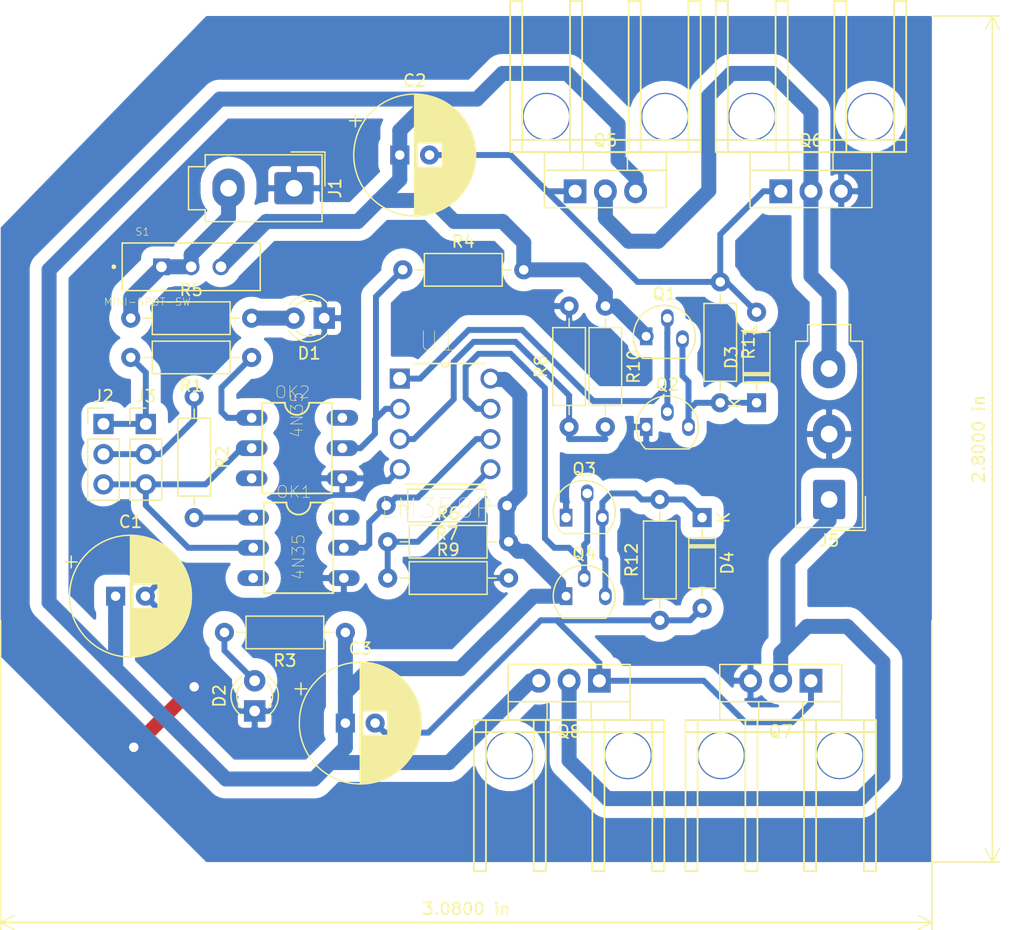
<source format=kicad_pcb>
(kicad_pcb (version 20171130) (host pcbnew "(5.1.2)-2")
  (layers (0 F.Cu signal) (31 B.Cu signal) (34 B.Paste user) (35 F.Paste user) (36 B.SilkS user) (37 F.SilkS user) (38 B.Mask user) (39 F.Mask user) (44 Edge.Cuts user))
  (net 0 "")
  (net 1 GND)
  (net 2 VCC)
  (net 3 "Net-(D2-Pad2)")
  (net 4 GNDD)
  (net 5 "Net-(OK1-Pad6)")
  (net 6 "Net-(OK2-Pad6)")
  (net 7 "Net-(C2-Pad2)")
  (net 8 "Net-(C3-Pad2)")
  (net 9 "Net-(D3-Pad1)")
  (net 10 "Net-(J2-Pad2)")
  (net 11 "Net-(J2-Pad1)")
  (net 12 "Net-(OK1-Pad5)")
  (net 13 "Net-(OK1-Pad1)")
  (net 14 "Net-(OK2-Pad5)")
  (net 15 "Net-(OK2-Pad1)")
  (net 16 "Net-(Q1-Pad2)")
  (net 17 "Net-(R6-Pad1)")
  (net 18 "Net-(R10-Pad2)")
  (net 19 /bat2)
  (net 20 /emitter)
  (net 21 /bat1)
  (net 22 /fet2)
  (net 23 /fet1)
  (net 24 /base)
  (module Capacitor_THT:CP_Radial_D10.0mm_P2.50mm (layer F.Cu) (at 143.256 72.644)
    (fp_text reference C2 (at 1.25 -6.25) (layer F.SilkS))
    (fp_text value 0.47micro)
    (pad 1 thru_hole rect (at 0 0) (size 1.6 1.6) (drill 0.8) (layers *.Cu *.Mask) (net 2 VCC))
    (pad 2 thru_hole circle (at 2.5 0) (size 1.6 1.6) (drill 0.8) (layers *.Cu *.Mask) (net 7 "Net-(C2-Pad2)"))
  )
  (module Resistor_THT:R_Axial_DIN0207_L6.3mm_D2.5mm_P10.16mm_Horizontal (layer F.Cu) (at 165.1 111.76 90)
    (fp_text reference R12 (at 5.08 -2.37 90) (layer F.SilkS))
    (fp_text value 3.3)
    (pad 2 thru_hole oval (at 10.16 0 90) (size 1.6 1.6) (drill 0.8) (layers *.Cu *.Mask) (net 20 /emitter))
    (pad 1 thru_hole circle (at 0 0 90) (size 1.6 1.6) (drill 0.8) (layers *.Cu *.Mask) (net 8 "Net-(C3-Pad2)"))
  )
  (module Resistor_THT:R_Axial_DIN0207_L6.3mm_D2.5mm_P10.16mm_Horizontal (layer F.Cu) (at 170.18 83.312 270)
    (fp_text reference R11 (at 5.08 -2.37 90) (layer F.SilkS))
    (fp_text value 3.3)
    (pad 2 thru_hole oval (at 10.16 0 270) (size 1.6 1.6) (drill 0.8) (layers *.Cu *.Mask) (net 9 "Net-(D3-Pad1)"))
    (pad 1 thru_hole circle (at 0 0 270) (size 1.6 1.6) (drill 0.8) (layers *.Cu *.Mask) (net 7 "Net-(C2-Pad2)"))
  )
  (module Resistor_THT:R_Axial_DIN0207_L6.3mm_D2.5mm_P10.16mm_Horizontal (layer F.Cu) (at 160.528 85.344 270)
    (fp_text reference R10 (at 5.08 -2.37 90) (layer F.SilkS))
    (fp_text value 10k)
    (pad 2 thru_hole oval (at 10.16 0 270) (size 1.6 1.6) (drill 0.8) (layers *.Cu *.Mask) (net 18 "Net-(R10-Pad2)") (clearance 0.5))
    (pad 1 thru_hole circle (at 0 0 270) (size 1.6 1.6) (drill 0.8) (layers *.Cu *.Mask) (net 2 VCC))
  )
  (module Resistor_THT:R_Axial_DIN0207_L6.3mm_D2.5mm_P10.16mm_Horizontal (layer F.Cu) (at 142.24 108.204)
    (fp_text reference R9 (at 5.08 -2.37) (layer F.SilkS))
    (fp_text value 10k)
    (pad 2 thru_hole oval (at 10.16 0) (size 1.6 1.6) (drill 0.8) (layers *.Cu *.Mask) (net 1 GND))
    (pad 1 thru_hole circle (at 0 0) (size 1.6 1.6) (drill 0.8) (layers *.Cu *.Mask) (net 17 "Net-(R6-Pad1)") (clearance 0.5))
  )
  (module Resistor_THT:R_Axial_DIN0207_L6.3mm_D2.5mm_P10.16mm_Horizontal (layer F.Cu) (at 157.48 95.504 90)
    (fp_text reference R8 (at 5.08 -2.37 90) (layer F.SilkS))
    (fp_text value 10k)
    (pad 2 thru_hole oval (at 10.16 0 90) (size 1.6 1.6) (drill 0.8) (layers *.Cu *.Mask) (net 1 GND) (clearance 0.5))
    (pad 1 thru_hole circle (at 0 0 90) (size 1.6 1.6) (drill 0.8) (layers *.Cu *.Mask) (net 18 "Net-(R10-Pad2)") (clearance 0.5))
  )
  (module Resistor_THT:R_Axial_DIN0207_L6.3mm_D2.5mm_P10.16mm_Horizontal (layer F.Cu) (at 152.273 102.108 180)
    (fp_text reference R7 (at 5.08 -2.37) (layer F.SilkS))
    (fp_text value 10k)
    (pad 2 thru_hole oval (at 10.16 0 180) (size 1.6 1.6) (drill 0.8) (layers *.Cu *.Mask) (net 12 "Net-(OK1-Pad5)"))
    (pad 1 thru_hole circle (at 0 0 180) (size 1.6 1.6) (drill 0.8) (layers *.Cu *.Mask) (net 2 VCC))
  )
  (module Resistor_THT:R_Axial_DIN0207_L6.3mm_D2.5mm_P10.16mm_Horizontal (layer F.Cu) (at 142.24 105.156)
    (fp_text reference R6 (at 5.08 -2.37) (layer F.SilkS))
    (fp_text value 10k)
    (pad 2 thru_hole oval (at 10.16 0) (size 1.6 1.6) (drill 0.8) (layers *.Cu *.Mask) (net 2 VCC))
    (pad 1 thru_hole circle (at 0 0) (size 1.6 1.6) (drill 0.8) (layers *.Cu *.Mask) (net 17 "Net-(R6-Pad1)") (clearance 0.5))
  )
  (module Resistor_THT:R_Axial_DIN0207_L6.3mm_D2.5mm_P10.16mm_Horizontal (layer F.Cu) (at 120.65 86.36)
    (fp_text reference R5 (at 5.08 -2.37) (layer F.SilkS))
    (fp_text value 470)
    (pad 2 thru_hole oval (at 10.16 0) (size 1.6 1.6) (drill 0.8) (layers *.Cu *.Mask) (net 19 /bat2))
    (pad 1 thru_hole circle (at 0 0) (size 1.6 1.6) (drill 0.8) (layers *.Cu *.Mask) (net 21 /bat1))
  )
  (module Resistor_THT:R_Axial_DIN0207_L6.3mm_D2.5mm_P10.16mm_Horizontal (layer F.Cu) (at 143.51 82.296)
    (fp_text reference R4 (at 5.08 -2.37) (layer F.SilkS))
    (fp_text value 10k)
    (pad 2 thru_hole oval (at 10.16 0) (size 1.6 1.6) (drill 0.8) (layers *.Cu *.Mask) (net 2 VCC))
    (pad 1 thru_hole circle (at 0 0) (size 1.6 1.6) (drill 0.8) (layers *.Cu *.Mask) (net 14 "Net-(OK2-Pad5)"))
  )
  (module Resistor_THT:R_Axial_DIN0207_L6.3mm_D2.5mm_P10.16mm_Horizontal (layer F.Cu) (at 138.684 112.776 180)
    (fp_text reference R3 (at 5.08 -2.37) (layer F.SilkS))
    (fp_text value 470)
    (pad 2 thru_hole oval (at 10.16 0 180) (size 1.6 1.6) (drill 0.8) (layers *.Cu *.Mask) (net 3 "Net-(D2-Pad2)"))
    (pad 1 thru_hole circle (at 0 0 180) (size 1.6 1.6) (drill 0.8) (layers *.Cu *.Mask) (net 2 VCC))
  )
  (module Resistor_THT:R_Axial_DIN0207_L6.3mm_D2.5mm_P10.16mm_Horizontal (layer F.Cu) (at 125.984 92.964 270)
    (fp_text reference R2 (at 5.08 -2.37 90) (layer F.SilkS))
    (fp_text value 220)
    (pad 2 thru_hole oval (at 10.16 0 270) (size 1.6 1.6) (drill 0.8) (layers *.Cu *.Mask) (net 13 "Net-(OK1-Pad1)"))
    (pad 1 thru_hole circle (at 0 0 270) (size 1.6 1.6) (drill 0.8) (layers *.Cu *.Mask) (net 10 "Net-(J2-Pad2)"))
  )
  (module Resistor_THT:R_Axial_DIN0207_L6.3mm_D2.5mm_P10.16mm_Horizontal (layer F.Cu) (at 130.81 89.662 180)
    (fp_text reference R1 (at 5.08 -2.37) (layer F.SilkS))
    (fp_text value 220)
    (pad 2 thru_hole oval (at 10.16 0 180) (size 1.6 1.6) (drill 0.8) (layers *.Cu *.Mask) (net 11 "Net-(J2-Pad1)"))
    (pad 1 thru_hole circle (at 0 0 180) (size 1.6 1.6) (drill 0.8) (layers *.Cu *.Mask) (net 15 "Net-(OK2-Pad1)"))
  )
  (module Connector_Molex:Molex_Mini-Fit_Jr_5566-02A_2x01_P4.20mm_Vertical (layer F.Cu) (at 179.324 101.6 180)
    (fp_text reference J5 (at 0 -3.45 180) (layer F.SilkS))
    (fp_text value Conn_01x02_Male)
    (pad 2 thru_hole oval (at 0 5.5 180) (size 2.7 3.3) (drill 1.4) (layers *.Cu *.Mask) (net 1 GND))
    (pad 1 thru_hole roundrect (at 0 0 180) (size 2.7 3.3) (drill 1.4) (layers *.Cu *.Mask) (roundrect_rratio 0.09259299999999999) (net 23 /fet1))
    (pad 3 thru_hole oval (at 0 11 180) (size 2.7 3.3) (drill 1.4) (layers *.Cu *.Mask) (net 22 /fet2))
  )
  (module LM358P:DIP254P762X508-8 (layer F.Cu) (at 150.876 99.06)
    (fp_text reference U1 (at -4.39471 -10.7708) (layer F.SilkS) (effects (font (size 1.64019 1.64019) (thickness 0.05))))
    (fp_text value LM358P (at -4.50265 3.2816) (layer F.SilkS) (effects (font (size 1.6425 1.6425) (thickness 0.05))))
    (pad 8 thru_hole circle (at 0 -7.62) (size 1.6764 1.6764) (drill 1.1176) (layers *.Cu *.Mask) (net 2 VCC))
    (pad 7 thru_hole circle (at 0 -5.08) (size 1.6764 1.6764) (drill 1.1176) (layers *.Cu *.Mask) (net 24 /base))
    (pad 6 thru_hole circle (at 0 -2.54) (size 1.6764 1.6764) (drill 1.1176) (layers *.Cu *.Mask) (net 12 "Net-(OK1-Pad5)"))
    (pad 5 thru_hole circle (at 0 0) (size 1.6764 1.6764) (drill 1.1176) (layers *.Cu *.Mask) (net 17 "Net-(R6-Pad1)"))
    (pad 4 thru_hole circle (at -7.62 0) (size 1.6764 1.6764) (drill 1.1176) (layers *.Cu *.Mask) (net 1 GND))
    (pad 3 thru_hole circle (at -7.62 -2.54) (size 1.6764 1.6764) (drill 1.1176) (layers *.Cu *.Mask) (net 18 "Net-(R10-Pad2)"))
    (pad 2 thru_hole circle (at -7.62 -5.08) (size 1.6764 1.6764) (drill 1.1176) (layers *.Cu *.Mask) (net 14 "Net-(OK2-Pad5)"))
    (pad 1 thru_hole rect (at -7.62 -7.62) (size 1.6764 1.6764) (drill 1.1176) (layers *.Cu *.Mask) (net 16 "Net-(Q1-Pad2)"))
  )
  (module "mosfet driver:heatsink2" (layer F.Cu) (at 157.988 75.692)
    (fp_text reference Q5 (at 2.54 -4.27 180) (layer F.SilkS))
    (fp_text value IRF9540N)
    (pad 1 thru_hole rect (at 0 0) (size 1.905 2) (drill 1.1) (layers *.Cu *.Mask) (net 7 "Net-(C2-Pad2)"))
    (pad 2 thru_hole oval (at 2.54 0) (size 1.905 2) (drill 1.1) (layers *.Cu *.Mask) (net 22 /fet2))
    (pad 3 thru_hole oval (at 5.08 0) (size 1.905 2) (drill 1.1) (layers *.Cu *.Mask) (net 2 VCC))
    (pad 4 thru_hole circle (at -2.413 -6.2738) (size 4 4) (drill 3.8) (layers *.Cu *.Mask) (clearance 0.5))
    (pad 4 thru_hole circle (at 7.5438 -6.2738) (size 4 4) (drill 3.8) (layers *.Cu *.Mask) (clearance 0.5))
  )
  (module "mosfet driver:heatsink2" (layer F.Cu) (at 175.26 75.692)
    (fp_text reference Q6 (at 2.54 -4.27 180) (layer F.SilkS))
    (fp_text value IRF3205)
    (pad 1 thru_hole rect (at 0 0) (size 1.905 2) (drill 1.1) (layers *.Cu *.Mask) (net 7 "Net-(C2-Pad2)"))
    (pad 2 thru_hole oval (at 2.54 0) (size 1.905 2) (drill 1.1) (layers *.Cu *.Mask) (net 22 /fet2))
    (pad 3 thru_hole oval (at 5.08 0) (size 1.905 2) (drill 1.1) (layers *.Cu *.Mask) (net 1 GND))
    (pad 4 thru_hole circle (at -2.413 -6.2738) (size 4 4) (drill 3.8) (layers *.Cu *.Mask) (clearance 0.5))
    (pad 4 thru_hole circle (at 7.5438 -6.2738) (size 4 4) (drill 3.8) (layers *.Cu *.Mask) (clearance 0.5))
  )
  (module "mosfet driver:heatsink2" (layer F.Cu) (at 177.8 116.84 180)
    (fp_text reference Q7 (at 2.54 -4.27 180) (layer F.SilkS))
    (fp_text value IRF3205)
    (pad 1 thru_hole rect (at 0 0 180) (size 1.905 2) (drill 1.1) (layers *.Cu *.Mask) (net 8 "Net-(C3-Pad2)"))
    (pad 2 thru_hole oval (at 2.54 0 180) (size 1.905 2) (drill 1.1) (layers *.Cu *.Mask) (net 23 /fet1))
    (pad 3 thru_hole oval (at 5.08 0 180) (size 1.905 2) (drill 1.1) (layers *.Cu *.Mask) (net 1 GND))
    (pad 4 thru_hole circle (at -2.413 -6.2738 180) (size 4 4) (drill 3.8) (layers *.Cu *.Mask) (clearance 0.5))
    (pad 4 thru_hole circle (at 7.5438 -6.2738 180) (size 4 4) (drill 3.8) (layers *.Cu *.Mask) (clearance 0.5))
  )
  (module "mosfet driver:heatsink2" (layer F.Cu) (at 160.02 116.84 180)
    (fp_text reference Q8 (at 2.54 -4.27 180) (layer F.SilkS))
    (fp_text value IRF9540N)
    (pad 1 thru_hole rect (at 0 0 180) (size 1.905 2) (drill 1.1) (layers *.Cu *.Mask) (net 8 "Net-(C3-Pad2)") (clearance 0.5))
    (pad 2 thru_hole oval (at 2.54 0 180) (size 1.905 2) (drill 1.1) (layers *.Cu *.Mask) (net 23 /fet1))
    (pad 3 thru_hole oval (at 5.08 0 180) (size 1.905 2) (drill 1.1) (layers *.Cu *.Mask) (net 2 VCC))
    (pad 4 thru_hole circle (at -2.413 -6.2738 180) (size 4 4) (drill 3.8) (layers *.Cu *.Mask) (clearance 0.5))
    (pad 4 thru_hole circle (at 7.5438 -6.2738 180) (size 4 4) (drill 3.8) (layers *.Cu *.Mask) (clearance 0.5))
  )
  (module Package_TO_SOT_THT:TO-92_Inline (layer F.Cu) (at 164.211 87.884)
    (fp_text reference Q1 (at 1.27 -3.56) (layer F.SilkS))
    (fp_text value BC547)
    (pad 1 thru_hole rect (at -0.254 0) (size 1.05 1.5) (drill 0.75) (layers *.Cu *.Mask) (net 2 VCC))
    (pad 3 thru_hole oval (at 2.794 0.254) (size 1.05 1.5) (drill 0.75) (layers *.Cu *.Mask) (net 9 "Net-(D3-Pad1)") (clearance 0.25))
    (pad 2 thru_hole oval (at 1.524 -1.524) (size 1.05 1.5) (drill 0.75) (layers *.Cu *.Mask) (net 16 "Net-(Q1-Pad2)") (clearance 0.25))
  )
  (module Package_TO_SOT_THT:TO-92_Inline (layer F.Cu) (at 157.48 109.728)
    (fp_text reference Q4 (at 1.27 -3.56) (layer F.SilkS))
    (fp_text value BC547)
    (pad 2 thru_hole oval (at 1.27 -1.524) (size 1.05 1.5) (drill 0.75) (layers *.Cu *.Mask) (net 24 /base))
    (pad 3 thru_hole oval (at 3.048 0) (size 1.05 1.5) (drill 0.75) (layers *.Cu *.Mask) (net 20 /emitter))
    (pad 1 thru_hole rect (at -0.254 0) (size 1.05 1.5) (drill 0.75) (layers *.Cu *.Mask) (net 2 VCC))
  )
  (module Package_TO_SOT_THT:TO-92_Inline (layer F.Cu) (at 157.48 102.616)
    (fp_text reference Q3 (at 1.27 -3.56) (layer F.SilkS))
    (fp_text value BC557)
    (pad 1 thru_hole rect (at -0.254 0.508) (size 1.05 1.5) (drill 0.8) (layers *.Cu *.Mask) (net 1 GND))
    (pad 3 thru_hole oval (at 2.794 0.508) (size 1.05 1.5) (drill 0.75) (layers *.Cu *.Mask) (net 20 /emitter))
    (pad 2 thru_hole oval (at 1.524 -1.524) (size 1.05 1.5) (drill 0.8) (layers *.Cu *.Mask) (net 24 /base))
  )
  (module Package_TO_SOT_THT:TO-92_Inline (layer F.Cu) (at 164.465 95.504)
    (fp_text reference Q2 (at 1.27 -3.56) (layer F.SilkS))
    (fp_text value BC557)
    (pad 1 thru_hole rect (at -0.508 0) (size 1.05 1.5) (drill 0.75) (layers *.Cu *.Mask) (net 1 GND))
    (pad 3 thru_hole oval (at 3.048 0) (size 1.05 1.5) (drill 0.75) (layers *.Cu *.Mask) (net 9 "Net-(D3-Pad1)"))
    (pad 2 thru_hole oval (at 1.27 -1.27) (size 1.05 1.5) (drill 0.75) (layers *.Cu *.Mask) (net 16 "Net-(Q1-Pad2)"))
  )
  (module MINI-SPDT-SW:SW_MINI-SPDT-SW (layer F.Cu) (at 125.73 82.042)
    (fp_text reference S1 (at -4.0894 -2.9464) (layer F.SilkS) (effects (font (size 0.64 0.64) (thickness 0.05))))
    (fp_text value MINI-SPDT-SW (at -3.683 2.9464) (layer F.SilkS) (effects (font (size 0.64 0.64) (thickness 0.05))))
    (pad 3 thru_hole circle (at 2.5 0) (size 1.408 1.408) (drill 0.9) (layers *.Cu *.Mask) (net 2 VCC))
    (pad 1 thru_hole rect (at -2.5 0) (size 1.408 1.408) (drill 0.9) (layers *.Cu *.Mask) (net 21 /bat1))
    (pad 2 thru_hole circle (at 0 0) (size 1.408 1.408) (drill 0.9) (layers *.Cu *.Mask) (net 21 /bat1))
  )
  (module 4N35:DIL06 (layer F.Cu) (at 134.62 97.282 270)
    (fp_text reference OK2 (at -4.69928 0.38103) (layer F.SilkS) (effects (font (size 1.00006 1.00006) (thickness 0.05))))
    (fp_text value 4N35 (at -2.794 0 90) (layer F.SilkS) (effects (font (size 1.00047 1.00047) (thickness 0.05))))
    (pad 4 thru_hole oval (at 2.54 -3.81) (size 2.6416 1.3208) (drill 0.8128) (layers *.Cu *.Mask) (net 1 GND))
    (pad 3 thru_hole oval (at 2.54 3.81 180) (size 2.6416 1.3208) (drill 0.8128) (layers *.Cu *.Mask))
    (pad 6 thru_hole oval (at -2.54 -3.81) (size 2.6416 1.3208) (drill 0.8128) (layers *.Cu *.Mask) (net 6 "Net-(OK2-Pad6)"))
    (pad 5 thru_hole oval (at 0 -3.81) (size 2.6416 1.3208) (drill 0.8128) (layers *.Cu *.Mask) (net 14 "Net-(OK2-Pad5)"))
    (pad 2 thru_hole oval (at 0 3.81 180) (size 2.6416 1.3208) (drill 0.8128) (layers *.Cu *.Mask) (net 4 GNDD))
    (pad 1 thru_hole oval (at -2.54 3.81 180) (size 2.6416 1.3208) (drill 0.8128) (layers *.Cu *.Mask) (net 15 "Net-(OK2-Pad1)"))
  )
  (module 4N35:DIL06 (layer F.Cu) (at 134.747 105.664 270)
    (fp_text reference OK1 (at -4.69928 0.38103) (layer F.SilkS) (effects (font (size 1.00006 1.00006) (thickness 0.05))))
    (fp_text value 4N35 (at 0.76236 0 90) (layer F.SilkS) (effects (font (size 1.00047 1.00047) (thickness 0.05))))
    (pad 4 thru_hole oval (at 2.54 -3.81) (size 2.6416 1.3208) (drill 0.8128) (layers *.Cu *.Mask) (net 1 GND))
    (pad 3 thru_hole oval (at 2.54 3.81 180) (size 2.6416 1.3208) (drill 0.8128) (layers *.Cu *.Mask))
    (pad 6 thru_hole oval (at -2.54 -3.81) (size 2.6416 1.3208) (drill 0.8128) (layers *.Cu *.Mask) (net 5 "Net-(OK1-Pad6)") (clearance 0.5))
    (pad 5 thru_hole oval (at 0 -3.81) (size 2.6416 1.3208) (drill 0.8128) (layers *.Cu *.Mask) (net 12 "Net-(OK1-Pad5)"))
    (pad 2 thru_hole oval (at 0 3.81 180) (size 2.6416 1.3208) (drill 0.8128) (layers *.Cu *.Mask) (net 4 GNDD))
    (pad 1 thru_hole oval (at -2.54 3.81 180) (size 2.6416 1.3208) (drill 0.8128) (layers *.Cu *.Mask) (net 13 "Net-(OK1-Pad1)"))
  )
  (module Connector_PinHeader_2.54mm:PinHeader_1x03_P2.54mm_Vertical (layer F.Cu) (at 121.92 95.25)
    (fp_text reference J3 (at 0 -2.33) (layer F.SilkS))
    (fp_text value Conn_01x03_Male)
    (pad 3 thru_hole oval (at 0 5.08) (size 1.7 1.7) (drill 1) (layers *.Cu *.Mask) (net 4 GNDD))
    (pad 2 thru_hole oval (at 0 2.54) (size 1.7 1.7) (drill 1) (layers *.Cu *.Mask) (net 10 "Net-(J2-Pad2)"))
    (pad 1 thru_hole rect (at 0 0) (size 1.7 1.7) (drill 1) (layers *.Cu *.Mask) (net 11 "Net-(J2-Pad1)"))
  )
  (module Connector_PinHeader_2.54mm:PinHeader_1x03_P2.54mm_Vertical (layer F.Cu) (at 118.364 95.25)
    (fp_text reference J2 (at 0 -2.33) (layer F.SilkS))
    (fp_text value Conn_01x03_Male)
    (pad 3 thru_hole oval (at 0 5.08) (size 1.7 1.7) (drill 1) (layers *.Cu *.Mask) (net 4 GNDD))
    (pad 2 thru_hole oval (at 0 2.54) (size 1.7 1.7) (drill 1) (layers *.Cu *.Mask) (net 10 "Net-(J2-Pad2)"))
    (pad 1 thru_hole rect (at 0 0) (size 1.7 1.7) (drill 1) (layers *.Cu *.Mask) (net 11 "Net-(J2-Pad1)"))
  )
  (module Connector_Molex:Molex_Mini-Fit_Jr_5566-02A_2x01_P4.20mm_Vertical (layer F.Cu) (at 134.366 75.438 270)
    (fp_text reference J1 (at 0 -3.45 90) (layer F.SilkS))
    (fp_text value Conn_01x02_Male)
    (pad 2 thru_hole oval (at 0 5.5) (size 2.7 3.3) (drill 1.4) (layers *.Cu *.Mask) (net 21 /bat1))
    (pad 1 thru_hole roundrect (at 0 0 270) (size 2.7 3.3) (drill 1.4) (layers *.Cu *.Mask) (roundrect_rratio 0.09259299999999999) (net 1 GND))
  )
  (module Diode_THT:D_DO-35_SOD27_P7.62mm_Horizontal (layer F.Cu) (at 168.656 103.124 270)
    (fp_text reference D4 (at 3.81 -2.12 90) (layer F.SilkS))
    (fp_text value 1N4148)
    (fp_text user K (at 0 -1.8 90) (layer F.SilkS))
    (pad 2 thru_hole oval (at 7.62 0 270) (size 1.6 1.6) (drill 0.8) (layers *.Cu *.Mask) (net 8 "Net-(C3-Pad2)"))
    (pad 1 thru_hole rect (at 0 0 270) (size 1.6 1.6) (drill 0.8) (layers *.Cu *.Mask) (net 20 /emitter))
  )
  (module Diode_THT:D_DO-35_SOD27_P7.62mm_Horizontal (layer F.Cu) (at 173.228 93.472 90)
    (fp_text reference D3 (at 3.81 -2.12 90) (layer F.SilkS))
    (fp_text value 1N4148)
    (fp_text user K (at 0 -1.8 90) (layer F.SilkS))
    (pad 2 thru_hole oval (at 7.62 0 90) (size 1.6 1.6) (drill 0.8) (layers *.Cu *.Mask) (net 7 "Net-(C2-Pad2)"))
    (pad 1 thru_hole rect (at 0 0 90) (size 1.6 1.6) (drill 0.8) (layers *.Cu *.Mask) (net 9 "Net-(D3-Pad1)"))
  )
  (module LED_THT:LED_D3.0mm (layer F.Cu) (at 131.064 119.38 90)
    (fp_text reference D2 (at 1.27 -2.96 90) (layer F.SilkS))
    (fp_text value LED)
    (pad 2 thru_hole circle (at 2.54 0 90) (size 1.8 1.8) (drill 0.9) (layers *.Cu *.Mask) (net 3 "Net-(D2-Pad2)"))
    (pad 1 thru_hole rect (at 0 0 90) (size 1.8 1.8) (drill 0.9) (layers *.Cu *.Mask) (net 1 GND))
  )
  (module LED_THT:LED_D3.0mm (layer F.Cu) (at 136.906 86.36 180)
    (fp_text reference D1 (at 1.27 -2.96) (layer F.SilkS))
    (fp_text value LED)
    (pad 2 thru_hole circle (at 2.54 0 180) (size 1.8 1.8) (drill 0.9) (layers *.Cu *.Mask) (net 19 /bat2))
    (pad 1 thru_hole rect (at 0 0 180) (size 1.8 1.8) (drill 0.9) (layers *.Cu *.Mask) (net 1 GND))
  )
  (module Capacitor_THT:CP_Radial_D10.0mm_P2.50mm (layer F.Cu) (at 138.684 120.396)
    (fp_text reference C3 (at 1.25 -6.25) (layer F.SilkS))
    (fp_text value 0.47micro)
    (pad 2 thru_hole circle (at 2.5 0) (size 1.6 1.6) (drill 0.8) (layers *.Cu *.Mask) (net 8 "Net-(C3-Pad2)"))
    (pad 1 thru_hole rect (at 0 0) (size 1.6 1.6) (drill 0.8) (layers *.Cu *.Mask) (net 2 VCC))
  )
  (module Capacitor_THT:CP_Radial_D10.0mm_P2.50mm (layer F.Cu) (at 119.38 109.728)
    (fp_text reference C1 (at 1.25 -6.25) (layer F.SilkS))
    (fp_text value 470micro)
    (pad 2 thru_hole circle (at 2.5 0) (size 1.6 1.6) (drill 0.8) (layers *.Cu *.Mask) (net 1 GND))
    (pad 1 thru_hole rect (at 0 0) (size 1.6 1.6) (drill 0.8) (layers *.Cu *.Mask) (net 2 VCC))
  )
  (dimension 71.12 (width 0.12) (layer F.SilkS) (gr_text "71.120 mm" (at 194.31 96.52 270) (layer F.SilkS) (effects (font (size 1 1) (thickness 0.15)))) (feature1 (pts (xy 187.96 132.08) (xy 193.626421 132.08))) (feature2 (pts (xy 187.96 60.96) (xy 193.626421 60.96))) (crossbar (pts (xy 193.04 60.96) (xy 193.04 132.08))) (arrow1a (pts (xy 193.04 132.08) (xy 192.453579 130.953496))) (arrow1b (pts (xy 193.04 132.08) (xy 193.626421 130.953496))) (arrow2a (pts (xy 193.04 60.96) (xy 192.453579 62.086504))) (arrow2b (pts (xy 193.04 60.96) (xy 193.626421 62.086504))))
  (dimension 78.232 (width 0.12) (layer F.SilkS) (gr_text "78.232 mm" (at 148.844 138.43) (layer F.SilkS) (effects (font (size 1 1) (thickness 0.15)))) (feature1 (pts (xy 187.96 111.76) (xy 187.96 137.746421))) (feature2 (pts (xy 109.728 111.76) (xy 109.728 137.746421))) (crossbar (pts (xy 109.728 137.16) (xy 187.96 137.16))) (arrow1a (pts (xy 187.96 137.16) (xy 186.833496 137.746421))) (arrow1b (pts (xy 187.96 137.16) (xy 186.833496 136.573579))) (arrow2a (pts (xy 109.728 137.16) (xy 110.854504 137.746421))) (arrow2b (pts (xy 109.728 137.16) (xy 110.854504 136.573579))))
  (via (at 120.904 122.428) (size 1.2) (drill 0.8) (layers F.Cu B.Cu) (net 1))
  (via (at 125.984 117.348) (size 1.2) (drill 0.8) (layers F.Cu B.Cu) (net 1))
  (segment (start 121.503999 121.828001) (end 125.984 117.348) (width 1.2) (layer F.Cu) (net 1))
  (segment (start 120.904 122.428) (end 121.503999 121.828001) (width 1.2) (layer F.Cu) (net 1))
  (segment (start 152.273 105.029) (end 152.4 105.156) (width 1.26) (layer B.Cu) (net 2))
  (segment (start 152.273 102.108) (end 152.273 105.029) (width 1.26) (layer B.Cu) (net 2))
  (segment (start 153.344201 101.036799) (end 152.273 102.108) (width 1.26) (layer B.Cu) (net 2))
  (segment (start 153.344201 92.795263) (end 153.344201 101.036799) (width 1.26) (layer B.Cu) (net 2))
  (segment (start 152.060737 91.511799) (end 153.344201 92.795263) (width 1.26) (layer B.Cu) (net 2))
  (segment (start 150.947799 91.511799) (end 152.060737 91.511799) (width 1.26) (layer B.Cu) (net 2))
  (segment (start 150.876 91.44) (end 150.947799 91.511799) (width 1.26) (layer B.Cu) (net 2))
  (segment (start 163.11051 74.57479) (end 163.11051 75.692) (width 1.26) (layer B.Cu) (net 2))
  (segment (start 161.59771 73.06199) (end 163.11051 74.57479) (width 1.26) (layer B.Cu) (net 2))
  (segment (start 157.317401 65.788199) (end 161.59771 70.068508) (width 1.26) (layer B.Cu) (net 2))
  (segment (start 161.59771 70.068508) (end 161.59771 73.06199) (width 1.26) (layer B.Cu) (net 2))
  (segment (start 153.67 82.296) (end 153.67 80.01) (width 1.26) (layer B.Cu) (net 2))
  (segment (start 153.67 80.01) (end 151.892 78.232) (width 1.26) (layer B.Cu) (net 2))
  (segment (start 160.528 84.21263) (end 160.528 85.344) (width 1.26) (layer B.Cu) (net 2))
  (segment (start 158.61137 82.296) (end 160.528 84.21263) (width 1.26) (layer B.Cu) (net 2))
  (segment (start 153.67 82.296) (end 158.61137 82.296) (width 1.26) (layer B.Cu) (net 2))
  (segment (start 161.417 85.344) (end 163.957 87.884) (width 1.26) (layer B.Cu) (net 2))
  (segment (start 160.528 85.344) (end 161.417 85.344) (width 1.26) (layer B.Cu) (net 2))
  (segment (start 138.684 120.396) (end 138.684 122.456) (width 1.26) (layer B.Cu) (net 2))
  (segment (start 138.684 112.776) (end 138.684 117.856) (width 1.26) (layer B.Cu) (net 2))
  (segment (start 138.684 117.856) (end 138.684 120.396) (width 1.26) (layer B.Cu) (net 2))
  (segment (start 138.684 122.456) (end 137.428 123.712) (width 1.26) (layer B.Cu) (net 2))
  (segment (start 147.3795 123.712) (end 137.428 123.712) (width 1.26) (layer B.Cu) (net 2))
  (segment (start 154.94 116.84) (end 154.2515 116.84) (width 1.26) (layer B.Cu) (net 2))
  (segment (start 154.2515 116.84) (end 147.3795 123.712) (width 1.26) (layer B.Cu) (net 2))
  (segment (start 151.889801 65.788199) (end 157.317401 65.788199) (width 1.26) (layer B.Cu) (net 2))
  (segment (start 149.733 67.945) (end 151.889801 65.788199) (width 1.26) (layer B.Cu) (net 2))
  (segment (start 145.895 67.945) (end 146.939 67.945) (width 1.26) (layer B.Cu) (net 2))
  (segment (start 143.256 70.584) (end 145.895 67.945) (width 1.26) (layer B.Cu) (net 2))
  (segment (start 143.256 72.644) (end 143.256 70.584) (width 1.26) (layer B.Cu) (net 2))
  (segment (start 146.939 67.945) (end 149.733 67.945) (width 1.26) (layer B.Cu) (net 2))
  (segment (start 143.256 74.704) (end 143.256 72.644) (width 1.26) (layer B.Cu) (net 2))
  (segment (start 132.04 78.232) (end 139.728 78.232) (width 1.26) (layer B.Cu) (net 2))
  (segment (start 128.23 82.042) (end 132.04 78.232) (width 1.26) (layer B.Cu) (net 2))
  (segment (start 151.892 78.232) (end 147.828 78.232) (width 1.26) (layer B.Cu) (net 2))
  (segment (start 146.064 76.468) (end 141.492 76.468) (width 1.26) (layer B.Cu) (net 2))
  (segment (start 147.828 78.232) (end 146.064 76.468) (width 1.26) (layer B.Cu) (net 2))
  (segment (start 139.728 78.232) (end 141.492 76.468) (width 1.26) (layer B.Cu) (net 2))
  (segment (start 141.492 76.468) (end 143.256 74.704) (width 1.26) (layer B.Cu) (net 2))
  (segment (start 128.143 67.945) (end 146.939 67.945) (width 1.26) (layer B.Cu) (net 2))
  (segment (start 113.792 82.296) (end 128.143 67.945) (width 1.26) (layer B.Cu) (net 2))
  (segment (start 113.792 110.236) (end 113.792 82.296) (width 1.26) (layer B.Cu) (net 2))
  (segment (start 137.428 123.712) (end 136.045 125.095) (width 1.26) (layer B.Cu) (net 2))
  (segment (start 136.045 125.095) (end 128.651 125.095) (width 1.26) (layer B.Cu) (net 2))
  (segment (start 119.38 111.788) (end 119.38 115.824) (width 1.26) (layer B.Cu) (net 2))
  (segment (start 119.38 109.728) (end 119.38 111.788) (width 1.26) (layer B.Cu) (net 2))
  (segment (start 128.651 125.095) (end 119.38 115.824) (width 1.26) (layer B.Cu) (net 2))
  (segment (start 119.38 115.824) (end 113.792 110.236) (width 1.26) (layer B.Cu) (net 2))
  (segment (start 140.716 115.824) (end 138.684 117.856) (width 1.26) (layer B.Cu) (net 2))
  (segment (start 148.336 115.824) (end 140.716 115.824) (width 1.26) (layer B.Cu) (net 2))
  (segment (start 151.044716 113.115284) (end 148.336 115.824) (width 1.26) (layer B.Cu) (net 2))
  (segment (start 151.085118 113.115284) (end 151.044716 113.115284) (width 1.26) (layer B.Cu) (net 2))
  (segment (start 154.472402 109.728) (end 151.085118 113.115284) (width 1.26) (layer B.Cu) (net 2))
  (segment (start 153.199999 105.955999) (end 153.874262 105.955999) (width 1.26) (layer B.Cu) (net 2))
  (segment (start 152.4 105.156) (end 153.199999 105.955999) (width 1.26) (layer B.Cu) (net 2))
  (segment (start 153.874262 105.955999) (end 156.59499 108.676727) (width 1.26) (layer B.Cu) (net 2))
  (segment (start 156.59499 109.321634) (end 157.001356 109.728) (width 1.26) (layer B.Cu) (net 2))
  (segment (start 156.59499 108.676727) (end 156.59499 109.321634) (width 1.26) (layer B.Cu) (net 2))
  (segment (start 157.001356 109.728) (end 154.472402 109.728) (width 1.26) (layer B.Cu) (net 2))
  (segment (start 128.524 114.3) (end 131.064 116.84) (width 0.5) (layer B.Cu) (net 3))
  (segment (start 128.524 114.3) (end 128.524 112.776) (width 0.5) (layer B.Cu) (net 3))
  (segment (start 118.364 100.33) (end 121.92 100.33) (width 0.5) (layer B.Cu) (net 4))
  (segment (start 129.987873 97.282) (end 130.81 97.282) (width 0.5) (layer B.Cu) (net 4))
  (segment (start 126.939873 100.33) (end 129.987873 97.282) (width 0.5) (layer B.Cu) (net 4))
  (segment (start 121.92 100.33) (end 126.939873 100.33) (width 0.5) (layer B.Cu) (net 4))
  (segment (start 129.1162 105.664) (end 130.937 105.664) (width 0.5) (layer B.Cu) (net 4))
  (segment (start 125.489998 105.664) (end 129.1162 105.664) (width 0.5) (layer B.Cu) (net 4))
  (segment (start 121.92 102.094002) (end 125.489998 105.664) (width 0.5) (layer B.Cu) (net 4))
  (segment (start 121.92 100.33) (end 121.92 102.094002) (width 0.5) (layer B.Cu) (net 4))
  (segment (start 170.688 83.312) (end 173.228 85.852) (width 0.5) (layer B.Cu) (net 7))
  (segment (start 170.18 83.312) (end 170.688 83.312) (width 0.5) (layer B.Cu) (net 7))
  (segment (start 173.8075 75.692) (end 175.26 75.692) (width 0.5) (layer B.Cu) (net 7))
  (segment (start 170.18 79.3195) (end 173.8075 75.692) (width 0.5) (layer B.Cu) (net 7))
  (segment (start 170.18 83.312) (end 170.18 79.3195) (width 0.5) (layer B.Cu) (net 7))
  (segment (start 169.04863 83.312) (end 170.18 83.312) (width 0.5) (layer B.Cu) (net 7))
  (segment (start 163.229265 83.312) (end 169.04863 83.312) (width 0.5) (layer B.Cu) (net 7))
  (segment (start 145.756 72.644) (end 152.561264 72.644) (width 0.5) (layer B.Cu) (net 7))
  (segment (start 159.673265 79.756) (end 160.100632 80.183368) (width 0.5) (layer B.Cu) (net 7))
  (segment (start 160.100632 80.183368) (end 163.229265 83.312) (width 0.5) (layer B.Cu) (net 7))
  (segment (start 155.609264 75.692) (end 155.020632 75.103368) (width 0.5) (layer B.Cu) (net 7))
  (segment (start 157.988 75.692) (end 155.609264 75.692) (width 0.5) (layer B.Cu) (net 7))
  (segment (start 152.561264 72.644) (end 155.020632 75.103368) (width 0.5) (layer B.Cu) (net 7))
  (segment (start 155.020632 75.103368) (end 160.100632 80.183368) (width 0.5) (layer B.Cu) (net 7))
  (segment (start 167.64 111.76) (end 168.656 110.744) (width 0.5) (layer B.Cu) (net 8))
  (segment (start 165.1 111.76) (end 167.64 111.76) (width 0.5) (layer B.Cu) (net 8))
  (segment (start 156.464 111.784) (end 156.464 111.76) (width 0.5) (layer B.Cu) (net 8))
  (segment (start 160.02 115.34) (end 156.464 111.784) (width 0.5) (layer B.Cu) (net 8))
  (segment (start 160.02 116.84) (end 160.02 115.34) (width 0.5) (layer B.Cu) (net 8))
  (segment (start 165.1 111.76) (end 156.464 111.76) (width 0.5) (layer B.Cu) (net 8))
  (segment (start 160.02 116.84) (end 168.792402 116.84) (width 0.5) (layer B.Cu) (net 8))
  (segment (start 177.8 118.735598) (end 177.8 116.84) (width 0.5) (layer B.Cu) (net 8))
  (segment (start 172.280201 120.327799) (end 176.207799 120.327799) (width 0.5) (layer B.Cu) (net 8))
  (segment (start 176.207799 120.327799) (end 177.8 118.735598) (width 0.5) (layer B.Cu) (net 8))
  (segment (start 168.792402 116.84) (end 172.280201 120.327799) (width 0.5) (layer B.Cu) (net 8))
  (segment (start 155.099136 111.76) (end 156.464 111.76) (width 0.5) (layer B.Cu) (net 8))
  (segment (start 145.663137 121.195999) (end 155.099136 111.76) (width 0.5) (layer B.Cu) (net 8))
  (segment (start 141.983999 121.195999) (end 145.663137 121.195999) (width 0.5) (layer B.Cu) (net 8))
  (segment (start 141.184 120.396) (end 141.983999 121.195999) (width 0.5) (layer B.Cu) (net 8))
  (segment (start 167.005 91.20199) (end 167.005 88.138) (width 0.5) (layer B.Cu) (net 9))
  (segment (start 167.513 91.70999) (end 167.005 91.20199) (width 0.5) (layer B.Cu) (net 9))
  (segment (start 170.18 93.472) (end 173.228 93.472) (width 0.5) (layer B.Cu) (net 9))
  (segment (start 168.148 93.472) (end 167.513 94.107) (width 0.5) (layer B.Cu) (net 9))
  (segment (start 170.18 93.472) (end 168.148 93.472) (width 0.5) (layer B.Cu) (net 9))
  (segment (start 167.513 95.504) (end 167.513 94.107) (width 0.5) (layer B.Cu) (net 9))
  (segment (start 167.513 94.107) (end 167.513 91.70999) (width 0.5) (layer B.Cu) (net 9))
  (segment (start 118.364 97.79) (end 121.92 97.79) (width 0.5) (layer B.Cu) (net 10))
  (segment (start 125.984 94.09537) (end 125.984 92.964) (width 0.5) (layer B.Cu) (net 10))
  (segment (start 125.984 94.928081) (end 125.984 94.09537) (width 0.5) (layer B.Cu) (net 10))
  (segment (start 123.122081 97.79) (end 125.984 94.928081) (width 0.5) (layer B.Cu) (net 10))
  (segment (start 121.92 97.79) (end 123.122081 97.79) (width 0.5) (layer B.Cu) (net 10))
  (segment (start 118.364 95.25) (end 121.92 95.25) (width 0.5) (layer B.Cu) (net 11))
  (segment (start 121.92 90.932) (end 120.65 89.662) (width 0.5) (layer B.Cu) (net 11))
  (segment (start 121.92 95.25) (end 121.92 90.932) (width 0.5) (layer B.Cu) (net 11))
  (segment (start 149.690607 96.52) (end 150.876 96.52) (width 0.5) (layer B.Cu) (net 12))
  (segment (start 144.775606 101.435001) (end 149.690607 96.52) (width 0.5) (layer B.Cu) (net 12))
  (segment (start 142.113 102.235) (end 142.912999 101.435001) (width 0.5) (layer B.Cu) (net 12))
  (segment (start 142.912999 101.435001) (end 144.775606 101.435001) (width 0.5) (layer B.Cu) (net 12))
  (segment (start 141.313001 102.907999) (end 142.113 102.108) (width 0.5) (layer B.Cu) (net 12))
  (segment (start 140.689999 103.531001) (end 141.313001 102.907999) (width 0.5) (layer B.Cu) (net 12))
  (segment (start 140.689999 105.351801) (end 140.689999 103.531001) (width 0.5) (layer B.Cu) (net 12))
  (segment (start 140.3778 105.664) (end 140.689999 105.351801) (width 0.5) (layer B.Cu) (net 12))
  (segment (start 138.557 105.664) (end 140.3778 105.664) (width 0.5) (layer B.Cu) (net 12))
  (segment (start 125.984 103.124) (end 130.937 103.124) (width 0.5) (layer B.Cu) (net 13))
  (segment (start 138.43 97.282) (end 139.954 97.282) (width 0.5) (layer B.Cu) (net 14))
  (segment (start 142.070607 93.98) (end 143.256 93.98) (width 0.5) (layer B.Cu) (net 14))
  (segment (start 141.167799 94.882808) (end 142.070607 93.98) (width 0.5) (layer B.Cu) (net 14))
  (segment (start 139.954 97.282) (end 141.167799 96.068201) (width 0.5) (layer B.Cu) (net 14))
  (segment (start 141.167799 96.068201) (end 141.167799 94.882808) (width 0.5) (layer B.Cu) (net 14))
  (segment (start 141.25481 84.55119) (end 143.51 82.296) (width 0.5) (layer B.Cu) (net 14))
  (segment (start 141.167799 94.882808) (end 141.25481 94.795797) (width 0.5) (layer B.Cu) (net 14))
  (segment (start 141.25481 94.795797) (end 141.25481 84.55119) (width 0.5) (layer B.Cu) (net 14))
  (segment (start 128.27 92.202) (end 130.81 89.662) (width 0.5) (layer B.Cu) (net 15))
  (segment (start 128.27 94.234) (end 128.27 92.202) (width 0.5) (layer B.Cu) (net 15))
  (segment (start 130.81 94.742) (end 128.778 94.742) (width 0.5) (layer B.Cu) (net 15))
  (segment (start 128.778 94.742) (end 128.27 94.234) (width 0.5) (layer B.Cu) (net 15))
  (segment (start 165.72999 86.09101) (end 165.735 86.086) (width 0.5) (layer B.Cu) (net 16))
  (segment (start 165.735 87.61) (end 165.735 86.36) (width 0.5) (layer B.Cu) (net 16))
  (segment (start 165.72999 87.61501) (end 165.735 87.61) (width 0.5) (layer B.Cu) (net 16))
  (segment (start 165.72999 88.891126) (end 165.72999 87.61501) (width 0.5) (layer B.Cu) (net 16))
  (segment (start 165.735 88.896136) (end 165.72999 88.891126) (width 0.5) (layer B.Cu) (net 16))
  (segment (start 164.484895 93.325105) (end 165.735 92.075) (width 0.5) (layer B.Cu) (net 16))
  (segment (start 159.512 93.325105) (end 164.484895 93.325105) (width 0.5) (layer B.Cu) (net 16))
  (segment (start 165.735 92.075) (end 165.735 88.896136) (width 0.5) (layer B.Cu) (net 16))
  (segment (start 165.735 94.234) (end 165.735 92.075) (width 0.5) (layer B.Cu) (net 16))
  (segment (start 143.256 91.44) (end 144.957008 91.44) (width 0.5) (layer B.Cu) (net 16))
  (segment (start 144.957008 91.44) (end 149.045229 87.351779) (width 0.5) (layer B.Cu) (net 16))
  (segment (start 149.045229 87.351779) (end 153.538674 87.351779) (width 0.5) (layer B.Cu) (net 16))
  (segment (start 153.538674 87.351779) (end 159.512 93.325105) (width 0.5) (layer B.Cu) (net 16))
  (segment (start 142.24 105.156) (end 142.24 108.204) (width 0.5) (layer B.Cu) (net 17))
  (segment (start 144.78 105.156) (end 142.24 105.156) (width 0.5) (layer B.Cu) (net 17))
  (segment (start 150.876 99.06) (end 144.78 105.156) (width 0.5) (layer B.Cu) (net 17))
  (segment (start 152.983159 88.351789) (end 157.48 92.84863) (width 0.5) (layer B.Cu) (net 18))
  (segment (start 149.459446 88.351789) (end 152.983159 88.351789) (width 0.5) (layer B.Cu) (net 18))
  (segment (start 147.787789 90.023446) (end 149.459446 88.351789) (width 0.5) (layer B.Cu) (net 18))
  (segment (start 147.787789 93.173604) (end 147.787789 90.023446) (width 0.5) (layer B.Cu) (net 18))
  (segment (start 143.256 96.52) (end 144.441393 96.52) (width 0.5) (layer B.Cu) (net 18))
  (segment (start 144.441393 96.52) (end 147.787789 93.173604) (width 0.5) (layer B.Cu) (net 18))
  (segment (start 157.48 92.84863) (end 157.48 96.52) (width 0.5) (layer B.Cu) (net 18))
  (segment (start 157.48 96.52) (end 160.528 96.52) (width 0.5) (layer B.Cu) (net 18))
  (segment (start 130.81 86.36) (end 134.366 86.36) (width 1.26) (layer B.Cu) (net 19))
  (segment (start 160.274 103.124) (end 160.274 106.426) (width 0.5) (layer B.Cu) (net 20))
  (segment (start 160.528 106.68) (end 160.528 109.728) (width 0.5) (layer B.Cu) (net 20))
  (segment (start 160.274 106.426) (end 160.528 106.68) (width 0.5) (layer B.Cu) (net 20))
  (segment (start 160.274 103.124) (end 160.274 101.854) (width 0.5) (layer B.Cu) (net 20))
  (segment (start 160.274 101.854) (end 161.036 101.092) (width 0.5) (layer B.Cu) (net 20))
  (segment (start 161.036 101.092) (end 163.068 101.092) (width 0.5) (layer B.Cu) (net 20))
  (segment (start 163.576 101.6) (end 165.1 101.6) (width 0.5) (layer B.Cu) (net 20))
  (segment (start 163.068 101.092) (end 163.576 101.6) (width 0.5) (layer B.Cu) (net 20))
  (segment (start 167.132 101.6) (end 168.656 103.124) (width 0.5) (layer B.Cu) (net 20))
  (segment (start 165.1 101.6) (end 167.132 101.6) (width 0.5) (layer B.Cu) (net 20))
  (segment (start 120.65 84.622) (end 123.23 82.042) (width 1.26) (layer B.Cu) (net 21))
  (segment (start 120.65 86.36) (end 120.65 84.622) (width 1.26) (layer B.Cu) (net 21))
  (segment (start 123.23 82.042) (end 125.73 82.042) (width 1.26) (layer B.Cu) (net 21))
  (segment (start 128.866 77.89) (end 128.866 75.438) (width 1.26) (layer B.Cu) (net 21))
  (segment (start 125.73 82.042) (end 125.73 81.026) (width 1.26) (layer B.Cu) (net 21))
  (segment (start 125.73 81.026) (end 128.866 77.89) (width 1.26) (layer B.Cu) (net 21))
  (segment (start 160.528 77.952) (end 162.465989 79.889989) (width 1.26) (layer B.Cu) (net 22))
  (segment (start 160.528 75.692) (end 160.528 77.952) (width 1.26) (layer B.Cu) (net 22))
  (segment (start 177.8 73.432) (end 177.8 75.692) (width 1.26) (layer B.Cu) (net 22))
  (segment (start 177.8 68.998798) (end 177.8 73.432) (width 1.26) (layer B.Cu) (net 22))
  (segment (start 174.589401 65.788199) (end 177.8 68.998798) (width 1.26) (layer B.Cu) (net 22))
  (segment (start 169.216999 67.675799) (end 171.104599 65.788199) (width 1.26) (layer B.Cu) (net 22))
  (segment (start 171.104599 65.788199) (end 174.589401 65.788199) (width 1.26) (layer B.Cu) (net 22))
  (segment (start 169.216999 75.639001) (end 169.216999 67.675799) (width 1.26) (layer B.Cu) (net 22))
  (segment (start 164.966011 79.889989) (end 169.216999 75.639001) (width 1.26) (layer B.Cu) (net 22))
  (segment (start 162.465989 79.889989) (end 164.966011 79.889989) (width 1.26) (layer B.Cu) (net 22))
  (segment (start 179.324 90.6) (end 179.324 84.328) (width 1.26) (layer B.Cu) (net 22))
  (segment (start 177.8 82.804) (end 177.8 75.692) (width 1.26) (layer B.Cu) (net 22))
  (segment (start 179.324 84.328) (end 177.8 82.804) (width 1.26) (layer B.Cu) (net 22))
  (segment (start 183.843001 124.856201) (end 183.843001 115.263001) (width 1.26) (layer B.Cu) (net 23))
  (segment (start 181.955401 126.743801) (end 183.843001 124.856201) (width 1.26) (layer B.Cu) (net 23))
  (segment (start 160.690599 126.743801) (end 181.955401 126.743801) (width 1.26) (layer B.Cu) (net 23))
  (segment (start 157.48 116.84) (end 157.48 123.533202) (width 1.26) (layer B.Cu) (net 23))
  (segment (start 157.48 123.533202) (end 160.690599 126.743801) (width 1.26) (layer B.Cu) (net 23))
  (segment (start 183.843001 115.263001) (end 180.848 112.268) (width 1.26) (layer B.Cu) (net 23))
  (segment (start 175.26 114.58) (end 175.26 116.84) (width 1.26) (layer B.Cu) (net 23))
  (segment (start 175.26 114.493498) (end 175.26 114.58) (width 1.26) (layer B.Cu) (net 23))
  (segment (start 180.848 112.268) (end 177.485498 112.268) (width 1.26) (layer B.Cu) (net 23))
  (segment (start 175.864749 106.809251) (end 175.864749 113.888749) (width 1.26) (layer B.Cu) (net 23))
  (segment (start 179.324 103.35) (end 175.864749 106.809251) (width 1.26) (layer B.Cu) (net 23))
  (segment (start 179.324 101.6) (end 179.324 103.35) (width 1.26) (layer B.Cu) (net 23))
  (segment (start 177.485498 112.268) (end 175.864749 113.888749) (width 1.26) (layer B.Cu) (net 23))
  (segment (start 175.864749 113.888749) (end 175.26 114.493498) (width 1.26) (layer B.Cu) (net 23))
  (segment (start 159.004 101.092) (end 159.004 105.156) (width 0.5) (layer B.Cu) (net 24))
  (segment (start 158.75 105.41) (end 159.004 105.156) (width 0.5) (layer B.Cu) (net 24))
  (segment (start 149.690607 93.98) (end 148.787799 93.077192) (width 0.5) (layer B.Cu) (net 24))
  (segment (start 155.450999 104.874001) (end 156.240998 105.664) (width 0.5) (layer B.Cu) (net 24))
  (segment (start 150.876 93.98) (end 149.690607 93.98) (width 0.5) (layer B.Cu) (net 24))
  (segment (start 148.787799 93.077192) (end 148.787799 90.437663) (width 0.5) (layer B.Cu) (net 24))
  (segment (start 155.450999 92.243326) (end 155.450999 104.874001) (width 0.5) (layer B.Cu) (net 24))
  (segment (start 148.787799 90.437663) (end 149.873663 89.351799) (width 0.5) (layer B.Cu) (net 24))
  (segment (start 149.873663 89.351799) (end 152.559472 89.351799) (width 0.5) (layer B.Cu) (net 24))
  (segment (start 152.559472 89.351799) (end 155.450999 92.243326) (width 0.5) (layer B.Cu) (net 24))
  (segment (start 157.48 105.664) (end 158.75 106.934) (width 0.5) (layer B.Cu) (net 24))
  (segment (start 156.240998 105.664) (end 157.48 105.664) (width 0.5) (layer B.Cu) (net 24))
  (segment (start 158.75 108.204) (end 158.75 106.934) (width 0.5) (layer B.Cu) (net 24))
  (segment (start 158.75 106.934) (end 158.75 105.41) (width 0.5) (layer B.Cu) (net 24))
  (zone (net 1) (net_name GND) (layer B.Cu) (connect_pads (clearance 0.508)) (min_thickness 0.254) (fill yes (arc_segments 32) (thermal_gap 0.508) (thermal_bridge_width 0.508))
    (polygon (pts (xy 127 132.08) (xy 109.728 114.808) (xy 109.728 78.74) (xy 127 60.96) (xy 187.96 60.96) (xy 187.96 82.804) (xy 187.96 113.284) (xy 187.96 132.08)))
  )
)
</source>
